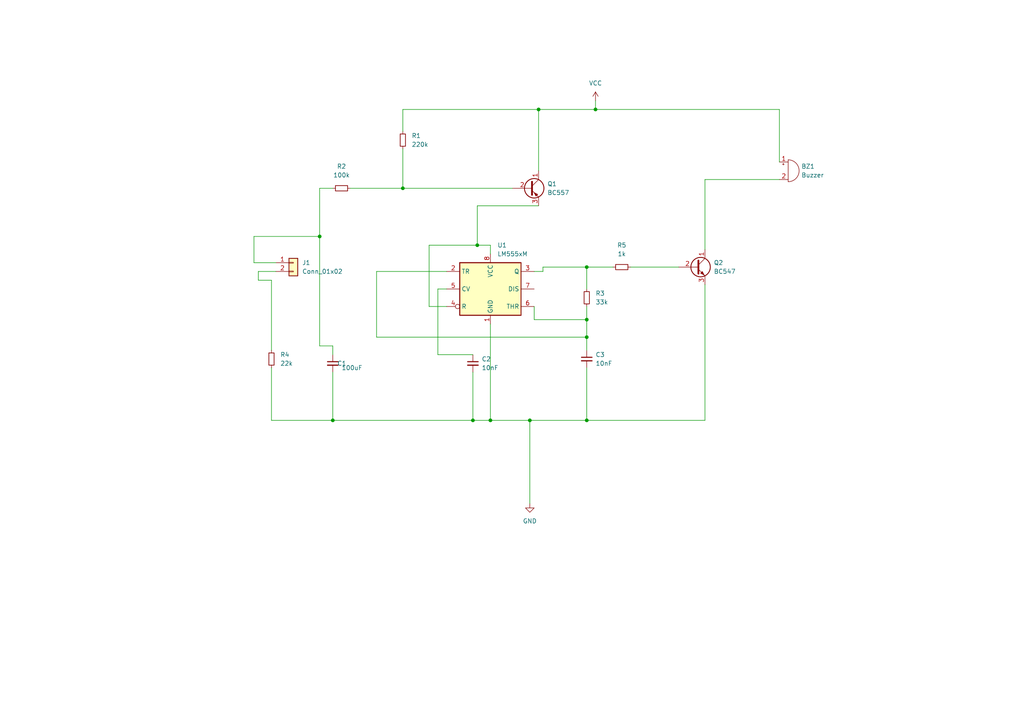
<source format=kicad_sch>
(kicad_sch (version 20211123) (generator eeschema)

  (uuid e63e39d7-6ac0-4ffd-8aa3-1841a4541b55)

  (paper "A4")

  (lib_symbols
    (symbol "Connector_Generic:Conn_01x02" (pin_names (offset 1.016) hide) (in_bom yes) (on_board yes)
      (property "Reference" "J" (id 0) (at 0 2.54 0)
        (effects (font (size 1.27 1.27)))
      )
      (property "Value" "Conn_01x02" (id 1) (at 0 -5.08 0)
        (effects (font (size 1.27 1.27)))
      )
      (property "Footprint" "" (id 2) (at 0 0 0)
        (effects (font (size 1.27 1.27)) hide)
      )
      (property "Datasheet" "~" (id 3) (at 0 0 0)
        (effects (font (size 1.27 1.27)) hide)
      )
      (property "ki_keywords" "connector" (id 4) (at 0 0 0)
        (effects (font (size 1.27 1.27)) hide)
      )
      (property "ki_description" "Generic connector, single row, 01x02, script generated (kicad-library-utils/schlib/autogen/connector/)" (id 5) (at 0 0 0)
        (effects (font (size 1.27 1.27)) hide)
      )
      (property "ki_fp_filters" "Connector*:*_1x??_*" (id 6) (at 0 0 0)
        (effects (font (size 1.27 1.27)) hide)
      )
      (symbol "Conn_01x02_1_1"
        (rectangle (start -1.27 -2.413) (end 0 -2.667)
          (stroke (width 0.1524) (type default) (color 0 0 0 0))
          (fill (type none))
        )
        (rectangle (start -1.27 0.127) (end 0 -0.127)
          (stroke (width 0.1524) (type default) (color 0 0 0 0))
          (fill (type none))
        )
        (rectangle (start -1.27 1.27) (end 1.27 -3.81)
          (stroke (width 0.254) (type default) (color 0 0 0 0))
          (fill (type background))
        )
        (pin passive line (at -5.08 0 0) (length 3.81)
          (name "Pin_1" (effects (font (size 1.27 1.27))))
          (number "1" (effects (font (size 1.27 1.27))))
        )
        (pin passive line (at -5.08 -2.54 0) (length 3.81)
          (name "Pin_2" (effects (font (size 1.27 1.27))))
          (number "2" (effects (font (size 1.27 1.27))))
        )
      )
    )
    (symbol "Device:Buzzer" (pin_names (offset 0.0254) hide) (in_bom yes) (on_board yes)
      (property "Reference" "BZ" (id 0) (at 3.81 1.27 0)
        (effects (font (size 1.27 1.27)) (justify left))
      )
      (property "Value" "Buzzer" (id 1) (at 3.81 -1.27 0)
        (effects (font (size 1.27 1.27)) (justify left))
      )
      (property "Footprint" "" (id 2) (at -0.635 2.54 90)
        (effects (font (size 1.27 1.27)) hide)
      )
      (property "Datasheet" "~" (id 3) (at -0.635 2.54 90)
        (effects (font (size 1.27 1.27)) hide)
      )
      (property "ki_keywords" "quartz resonator ceramic" (id 4) (at 0 0 0)
        (effects (font (size 1.27 1.27)) hide)
      )
      (property "ki_description" "Buzzer, polarized" (id 5) (at 0 0 0)
        (effects (font (size 1.27 1.27)) hide)
      )
      (property "ki_fp_filters" "*Buzzer*" (id 6) (at 0 0 0)
        (effects (font (size 1.27 1.27)) hide)
      )
      (symbol "Buzzer_0_1"
        (arc (start 0 -3.175) (mid 3.175 0) (end 0 3.175)
          (stroke (width 0) (type default) (color 0 0 0 0))
          (fill (type none))
        )
        (polyline
          (pts
            (xy -1.651 1.905)
            (xy -1.143 1.905)
          )
          (stroke (width 0) (type default) (color 0 0 0 0))
          (fill (type none))
        )
        (polyline
          (pts
            (xy -1.397 2.159)
            (xy -1.397 1.651)
          )
          (stroke (width 0) (type default) (color 0 0 0 0))
          (fill (type none))
        )
        (polyline
          (pts
            (xy 0 3.175)
            (xy 0 -3.175)
          )
          (stroke (width 0) (type default) (color 0 0 0 0))
          (fill (type none))
        )
      )
      (symbol "Buzzer_1_1"
        (pin passive line (at -2.54 2.54 0) (length 2.54)
          (name "-" (effects (font (size 1.27 1.27))))
          (number "1" (effects (font (size 1.27 1.27))))
        )
        (pin passive line (at -2.54 -2.54 0) (length 2.54)
          (name "+" (effects (font (size 1.27 1.27))))
          (number "2" (effects (font (size 1.27 1.27))))
        )
      )
    )
    (symbol "Device:C_Small" (pin_numbers hide) (pin_names (offset 0.254) hide) (in_bom yes) (on_board yes)
      (property "Reference" "C" (id 0) (at 0.254 1.778 0)
        (effects (font (size 1.27 1.27)) (justify left))
      )
      (property "Value" "C_Small" (id 1) (at 0.254 -2.032 0)
        (effects (font (size 1.27 1.27)) (justify left))
      )
      (property "Footprint" "" (id 2) (at 0 0 0)
        (effects (font (size 1.27 1.27)) hide)
      )
      (property "Datasheet" "~" (id 3) (at 0 0 0)
        (effects (font (size 1.27 1.27)) hide)
      )
      (property "ki_keywords" "capacitor cap" (id 4) (at 0 0 0)
        (effects (font (size 1.27 1.27)) hide)
      )
      (property "ki_description" "Unpolarized capacitor, small symbol" (id 5) (at 0 0 0)
        (effects (font (size 1.27 1.27)) hide)
      )
      (property "ki_fp_filters" "C_*" (id 6) (at 0 0 0)
        (effects (font (size 1.27 1.27)) hide)
      )
      (symbol "C_Small_0_1"
        (polyline
          (pts
            (xy -1.524 -0.508)
            (xy 1.524 -0.508)
          )
          (stroke (width 0.3302) (type default) (color 0 0 0 0))
          (fill (type none))
        )
        (polyline
          (pts
            (xy -1.524 0.508)
            (xy 1.524 0.508)
          )
          (stroke (width 0.3048) (type default) (color 0 0 0 0))
          (fill (type none))
        )
      )
      (symbol "C_Small_1_1"
        (pin passive line (at 0 2.54 270) (length 2.032)
          (name "~" (effects (font (size 1.27 1.27))))
          (number "1" (effects (font (size 1.27 1.27))))
        )
        (pin passive line (at 0 -2.54 90) (length 2.032)
          (name "~" (effects (font (size 1.27 1.27))))
          (number "2" (effects (font (size 1.27 1.27))))
        )
      )
    )
    (symbol "Device:R_Small" (pin_numbers hide) (pin_names (offset 0.254) hide) (in_bom yes) (on_board yes)
      (property "Reference" "R" (id 0) (at 0.762 0.508 0)
        (effects (font (size 1.27 1.27)) (justify left))
      )
      (property "Value" "R_Small" (id 1) (at 0.762 -1.016 0)
        (effects (font (size 1.27 1.27)) (justify left))
      )
      (property "Footprint" "" (id 2) (at 0 0 0)
        (effects (font (size 1.27 1.27)) hide)
      )
      (property "Datasheet" "~" (id 3) (at 0 0 0)
        (effects (font (size 1.27 1.27)) hide)
      )
      (property "ki_keywords" "R resistor" (id 4) (at 0 0 0)
        (effects (font (size 1.27 1.27)) hide)
      )
      (property "ki_description" "Resistor, small symbol" (id 5) (at 0 0 0)
        (effects (font (size 1.27 1.27)) hide)
      )
      (property "ki_fp_filters" "R_*" (id 6) (at 0 0 0)
        (effects (font (size 1.27 1.27)) hide)
      )
      (symbol "R_Small_0_1"
        (rectangle (start -0.762 1.778) (end 0.762 -1.778)
          (stroke (width 0.2032) (type default) (color 0 0 0 0))
          (fill (type none))
        )
      )
      (symbol "R_Small_1_1"
        (pin passive line (at 0 2.54 270) (length 0.762)
          (name "~" (effects (font (size 1.27 1.27))))
          (number "1" (effects (font (size 1.27 1.27))))
        )
        (pin passive line (at 0 -2.54 90) (length 0.762)
          (name "~" (effects (font (size 1.27 1.27))))
          (number "2" (effects (font (size 1.27 1.27))))
        )
      )
    )
    (symbol "Timer:LM555xM" (in_bom yes) (on_board yes)
      (property "Reference" "U" (id 0) (at -10.16 8.89 0)
        (effects (font (size 1.27 1.27)) (justify left))
      )
      (property "Value" "LM555xM" (id 1) (at 2.54 8.89 0)
        (effects (font (size 1.27 1.27)) (justify left))
      )
      (property "Footprint" "Package_SO:SOIC-8_3.9x4.9mm_P1.27mm" (id 2) (at 21.59 -10.16 0)
        (effects (font (size 1.27 1.27)) hide)
      )
      (property "Datasheet" "http://www.ti.com/lit/ds/symlink/lm555.pdf" (id 3) (at 21.59 -10.16 0)
        (effects (font (size 1.27 1.27)) hide)
      )
      (property "ki_keywords" "single timer 555" (id 4) (at 0 0 0)
        (effects (font (size 1.27 1.27)) hide)
      )
      (property "ki_description" "Timer, 555 compatible, SOIC-8" (id 5) (at 0 0 0)
        (effects (font (size 1.27 1.27)) hide)
      )
      (property "ki_fp_filters" "SOIC*3.9x4.9mm*P1.27mm*" (id 6) (at 0 0 0)
        (effects (font (size 1.27 1.27)) hide)
      )
      (symbol "LM555xM_0_0"
        (pin power_in line (at 0 -10.16 90) (length 2.54)
          (name "GND" (effects (font (size 1.27 1.27))))
          (number "1" (effects (font (size 1.27 1.27))))
        )
        (pin power_in line (at 0 10.16 270) (length 2.54)
          (name "VCC" (effects (font (size 1.27 1.27))))
          (number "8" (effects (font (size 1.27 1.27))))
        )
      )
      (symbol "LM555xM_0_1"
        (rectangle (start -8.89 -7.62) (end 8.89 7.62)
          (stroke (width 0.254) (type default) (color 0 0 0 0))
          (fill (type background))
        )
        (rectangle (start -8.89 -7.62) (end 8.89 7.62)
          (stroke (width 0.254) (type default) (color 0 0 0 0))
          (fill (type background))
        )
      )
      (symbol "LM555xM_1_1"
        (pin input line (at -12.7 5.08 0) (length 3.81)
          (name "TR" (effects (font (size 1.27 1.27))))
          (number "2" (effects (font (size 1.27 1.27))))
        )
        (pin output line (at 12.7 5.08 180) (length 3.81)
          (name "Q" (effects (font (size 1.27 1.27))))
          (number "3" (effects (font (size 1.27 1.27))))
        )
        (pin input inverted (at -12.7 -5.08 0) (length 3.81)
          (name "R" (effects (font (size 1.27 1.27))))
          (number "4" (effects (font (size 1.27 1.27))))
        )
        (pin input line (at -12.7 0 0) (length 3.81)
          (name "CV" (effects (font (size 1.27 1.27))))
          (number "5" (effects (font (size 1.27 1.27))))
        )
        (pin input line (at 12.7 -5.08 180) (length 3.81)
          (name "THR" (effects (font (size 1.27 1.27))))
          (number "6" (effects (font (size 1.27 1.27))))
        )
        (pin input line (at 12.7 0 180) (length 3.81)
          (name "DIS" (effects (font (size 1.27 1.27))))
          (number "7" (effects (font (size 1.27 1.27))))
        )
      )
    )
    (symbol "Transistor_BJT:BC547" (pin_names (offset 0) hide) (in_bom yes) (on_board yes)
      (property "Reference" "Q" (id 0) (at 5.08 1.905 0)
        (effects (font (size 1.27 1.27)) (justify left))
      )
      (property "Value" "BC547" (id 1) (at 5.08 0 0)
        (effects (font (size 1.27 1.27)) (justify left))
      )
      (property "Footprint" "Package_TO_SOT_THT:TO-92_Inline" (id 2) (at 5.08 -1.905 0)
        (effects (font (size 1.27 1.27) italic) (justify left) hide)
      )
      (property "Datasheet" "https://www.onsemi.com/pub/Collateral/BC550-D.pdf" (id 3) (at 0 0 0)
        (effects (font (size 1.27 1.27)) (justify left) hide)
      )
      (property "ki_keywords" "NPN Transistor" (id 4) (at 0 0 0)
        (effects (font (size 1.27 1.27)) hide)
      )
      (property "ki_description" "0.1A Ic, 45V Vce, Small Signal NPN Transistor, TO-92" (id 5) (at 0 0 0)
        (effects (font (size 1.27 1.27)) hide)
      )
      (property "ki_fp_filters" "TO?92*" (id 6) (at 0 0 0)
        (effects (font (size 1.27 1.27)) hide)
      )
      (symbol "BC547_0_1"
        (polyline
          (pts
            (xy 0 0)
            (xy 0.635 0)
          )
          (stroke (width 0) (type default) (color 0 0 0 0))
          (fill (type none))
        )
        (polyline
          (pts
            (xy 0.635 0.635)
            (xy 2.54 2.54)
          )
          (stroke (width 0) (type default) (color 0 0 0 0))
          (fill (type none))
        )
        (polyline
          (pts
            (xy 0.635 -0.635)
            (xy 2.54 -2.54)
            (xy 2.54 -2.54)
          )
          (stroke (width 0) (type default) (color 0 0 0 0))
          (fill (type none))
        )
        (polyline
          (pts
            (xy 0.635 1.905)
            (xy 0.635 -1.905)
            (xy 0.635 -1.905)
          )
          (stroke (width 0.508) (type default) (color 0 0 0 0))
          (fill (type none))
        )
        (polyline
          (pts
            (xy 1.27 -1.778)
            (xy 1.778 -1.27)
            (xy 2.286 -2.286)
            (xy 1.27 -1.778)
            (xy 1.27 -1.778)
          )
          (stroke (width 0) (type default) (color 0 0 0 0))
          (fill (type outline))
        )
        (circle (center 1.27 0) (radius 2.8194)
          (stroke (width 0.254) (type default) (color 0 0 0 0))
          (fill (type none))
        )
      )
      (symbol "BC547_1_1"
        (pin passive line (at 2.54 5.08 270) (length 2.54)
          (name "C" (effects (font (size 1.27 1.27))))
          (number "1" (effects (font (size 1.27 1.27))))
        )
        (pin input line (at -5.08 0 0) (length 5.08)
          (name "B" (effects (font (size 1.27 1.27))))
          (number "2" (effects (font (size 1.27 1.27))))
        )
        (pin passive line (at 2.54 -5.08 90) (length 2.54)
          (name "E" (effects (font (size 1.27 1.27))))
          (number "3" (effects (font (size 1.27 1.27))))
        )
      )
    )
    (symbol "Transistor_BJT:BC557" (pin_names (offset 0) hide) (in_bom yes) (on_board yes)
      (property "Reference" "Q" (id 0) (at 5.08 1.905 0)
        (effects (font (size 1.27 1.27)) (justify left))
      )
      (property "Value" "BC557" (id 1) (at 5.08 0 0)
        (effects (font (size 1.27 1.27)) (justify left))
      )
      (property "Footprint" "Package_TO_SOT_THT:TO-92_Inline" (id 2) (at 5.08 -1.905 0)
        (effects (font (size 1.27 1.27) italic) (justify left) hide)
      )
      (property "Datasheet" "https://www.onsemi.com/pub/Collateral/BC556BTA-D.pdf" (id 3) (at 0 0 0)
        (effects (font (size 1.27 1.27)) (justify left) hide)
      )
      (property "ki_keywords" "PNP Transistor" (id 4) (at 0 0 0)
        (effects (font (size 1.27 1.27)) hide)
      )
      (property "ki_description" "0.1A Ic, 45V Vce, PNP Small Signal Transistor, TO-92" (id 5) (at 0 0 0)
        (effects (font (size 1.27 1.27)) hide)
      )
      (property "ki_fp_filters" "TO?92*" (id 6) (at 0 0 0)
        (effects (font (size 1.27 1.27)) hide)
      )
      (symbol "BC557_0_1"
        (polyline
          (pts
            (xy 0.635 0.635)
            (xy 2.54 2.54)
          )
          (stroke (width 0) (type default) (color 0 0 0 0))
          (fill (type none))
        )
        (polyline
          (pts
            (xy 0.635 -0.635)
            (xy 2.54 -2.54)
            (xy 2.54 -2.54)
          )
          (stroke (width 0) (type default) (color 0 0 0 0))
          (fill (type none))
        )
        (polyline
          (pts
            (xy 0.635 1.905)
            (xy 0.635 -1.905)
            (xy 0.635 -1.905)
          )
          (stroke (width 0.508) (type default) (color 0 0 0 0))
          (fill (type none))
        )
        (polyline
          (pts
            (xy 2.286 -1.778)
            (xy 1.778 -2.286)
            (xy 1.27 -1.27)
            (xy 2.286 -1.778)
            (xy 2.286 -1.778)
          )
          (stroke (width 0) (type default) (color 0 0 0 0))
          (fill (type outline))
        )
        (circle (center 1.27 0) (radius 2.8194)
          (stroke (width 0.254) (type default) (color 0 0 0 0))
          (fill (type none))
        )
      )
      (symbol "BC557_1_1"
        (pin passive line (at 2.54 5.08 270) (length 2.54)
          (name "C" (effects (font (size 1.27 1.27))))
          (number "1" (effects (font (size 1.27 1.27))))
        )
        (pin input line (at -5.08 0 0) (length 5.715)
          (name "B" (effects (font (size 1.27 1.27))))
          (number "2" (effects (font (size 1.27 1.27))))
        )
        (pin passive line (at 2.54 -5.08 90) (length 2.54)
          (name "E" (effects (font (size 1.27 1.27))))
          (number "3" (effects (font (size 1.27 1.27))))
        )
      )
    )
    (symbol "power:GND" (power) (pin_names (offset 0)) (in_bom yes) (on_board yes)
      (property "Reference" "#PWR" (id 0) (at 0 -6.35 0)
        (effects (font (size 1.27 1.27)) hide)
      )
      (property "Value" "GND" (id 1) (at 0 -3.81 0)
        (effects (font (size 1.27 1.27)))
      )
      (property "Footprint" "" (id 2) (at 0 0 0)
        (effects (font (size 1.27 1.27)) hide)
      )
      (property "Datasheet" "" (id 3) (at 0 0 0)
        (effects (font (size 1.27 1.27)) hide)
      )
      (property "ki_keywords" "power-flag" (id 4) (at 0 0 0)
        (effects (font (size 1.27 1.27)) hide)
      )
      (property "ki_description" "Power symbol creates a global label with name \"GND\" , ground" (id 5) (at 0 0 0)
        (effects (font (size 1.27 1.27)) hide)
      )
      (symbol "GND_0_1"
        (polyline
          (pts
            (xy 0 0)
            (xy 0 -1.27)
            (xy 1.27 -1.27)
            (xy 0 -2.54)
            (xy -1.27 -1.27)
            (xy 0 -1.27)
          )
          (stroke (width 0) (type default) (color 0 0 0 0))
          (fill (type none))
        )
      )
      (symbol "GND_1_1"
        (pin power_in line (at 0 0 270) (length 0) hide
          (name "GND" (effects (font (size 1.27 1.27))))
          (number "1" (effects (font (size 1.27 1.27))))
        )
      )
    )
    (symbol "power:VCC" (power) (pin_names (offset 0)) (in_bom yes) (on_board yes)
      (property "Reference" "#PWR" (id 0) (at 0 -3.81 0)
        (effects (font (size 1.27 1.27)) hide)
      )
      (property "Value" "VCC" (id 1) (at 0 3.81 0)
        (effects (font (size 1.27 1.27)))
      )
      (property "Footprint" "" (id 2) (at 0 0 0)
        (effects (font (size 1.27 1.27)) hide)
      )
      (property "Datasheet" "" (id 3) (at 0 0 0)
        (effects (font (size 1.27 1.27)) hide)
      )
      (property "ki_keywords" "power-flag" (id 4) (at 0 0 0)
        (effects (font (size 1.27 1.27)) hide)
      )
      (property "ki_description" "Power symbol creates a global label with name \"VCC\"" (id 5) (at 0 0 0)
        (effects (font (size 1.27 1.27)) hide)
      )
      (symbol "VCC_0_1"
        (polyline
          (pts
            (xy -0.762 1.27)
            (xy 0 2.54)
          )
          (stroke (width 0) (type default) (color 0 0 0 0))
          (fill (type none))
        )
        (polyline
          (pts
            (xy 0 0)
            (xy 0 2.54)
          )
          (stroke (width 0) (type default) (color 0 0 0 0))
          (fill (type none))
        )
        (polyline
          (pts
            (xy 0 2.54)
            (xy 0.762 1.27)
          )
          (stroke (width 0) (type default) (color 0 0 0 0))
          (fill (type none))
        )
      )
      (symbol "VCC_1_1"
        (pin power_in line (at 0 0 90) (length 0) hide
          (name "VCC" (effects (font (size 1.27 1.27))))
          (number "1" (effects (font (size 1.27 1.27))))
        )
      )
    )
  )

  (junction (at 92.71 68.58) (diameter 0) (color 0 0 0 0)
    (uuid 0e97f9c0-8e2f-46d3-a423-47694ca8f487)
  )
  (junction (at 137.16 121.92) (diameter 0) (color 0 0 0 0)
    (uuid 37ab4c34-af17-4714-bcb8-44395c43ba86)
  )
  (junction (at 172.72 31.75) (diameter 0) (color 0 0 0 0)
    (uuid 3a00538e-32f0-4c78-aaa5-b0a321892057)
  )
  (junction (at 138.43 71.12) (diameter 0) (color 0 0 0 0)
    (uuid 414d2255-99c5-46d1-9fb9-bb9bf54a463e)
  )
  (junction (at 170.18 121.92) (diameter 0) (color 0 0 0 0)
    (uuid 574d42ab-23f6-401e-bd41-760f837b609b)
  )
  (junction (at 153.67 121.92) (diameter 0) (color 0 0 0 0)
    (uuid 58e7d7b7-b489-44d1-aca9-a22abd1357d8)
  )
  (junction (at 96.52 121.92) (diameter 0) (color 0 0 0 0)
    (uuid 78357b3b-b720-4c5b-831c-4abf7fb40707)
  )
  (junction (at 170.18 77.47) (diameter 0) (color 0 0 0 0)
    (uuid 79129cbb-fc73-4d2f-ab0b-623bcb0dd764)
  )
  (junction (at 142.24 121.92) (diameter 0) (color 0 0 0 0)
    (uuid 96aef326-0279-4b18-b063-8a25145e530c)
  )
  (junction (at 170.18 97.79) (diameter 0) (color 0 0 0 0)
    (uuid 9fdd53d8-19f3-4e42-b57f-38c5814e7b23)
  )
  (junction (at 116.84 54.61) (diameter 0) (color 0 0 0 0)
    (uuid cf218b6b-8df9-477c-bd66-76ff423ee01d)
  )
  (junction (at 156.21 31.75) (diameter 0) (color 0 0 0 0)
    (uuid d3c61579-e8fc-4752-b9db-8dad38cf827f)
  )
  (junction (at 170.18 92.71) (diameter 0) (color 0 0 0 0)
    (uuid f8ddc8b3-0da9-4367-9c58-7de587288301)
  )

  (wire (pts (xy 157.48 78.74) (xy 154.94 78.74))
    (stroke (width 0) (type default) (color 0 0 0 0))
    (uuid 075ca600-43b4-4e0e-8615-dd54499edb2f)
  )
  (wire (pts (xy 137.16 121.92) (xy 96.52 121.92))
    (stroke (width 0) (type default) (color 0 0 0 0))
    (uuid 0ad20016-72cc-48af-983b-91d0df0213f9)
  )
  (wire (pts (xy 109.22 78.74) (xy 109.22 97.79))
    (stroke (width 0) (type default) (color 0 0 0 0))
    (uuid 0c54f60c-01fe-4ee0-9f1b-047e94f2dfae)
  )
  (wire (pts (xy 96.52 107.95) (xy 96.52 121.92))
    (stroke (width 0) (type default) (color 0 0 0 0))
    (uuid 1473bd40-d488-4b54-bfa4-a3e8f1033260)
  )
  (wire (pts (xy 124.46 71.12) (xy 124.46 88.9))
    (stroke (width 0) (type default) (color 0 0 0 0))
    (uuid 15f8c2ac-2018-4c22-90b9-118d956f2f20)
  )
  (wire (pts (xy 157.48 77.47) (xy 157.48 78.74))
    (stroke (width 0) (type default) (color 0 0 0 0))
    (uuid 194c1667-62db-4bb1-a1c4-58a9d9cf3806)
  )
  (wire (pts (xy 73.66 76.2) (xy 73.66 68.58))
    (stroke (width 0) (type default) (color 0 0 0 0))
    (uuid 1f0a6846-2f0b-4bc2-b34c-7b84e7203ae7)
  )
  (wire (pts (xy 156.21 49.53) (xy 156.21 31.75))
    (stroke (width 0) (type default) (color 0 0 0 0))
    (uuid 2452949e-10e4-419e-95cc-e894ba4422d3)
  )
  (wire (pts (xy 78.74 121.92) (xy 78.74 106.68))
    (stroke (width 0) (type default) (color 0 0 0 0))
    (uuid 24744bb6-176c-4263-9ca4-de2150a9140d)
  )
  (wire (pts (xy 204.47 82.55) (xy 204.47 121.92))
    (stroke (width 0) (type default) (color 0 0 0 0))
    (uuid 2b8f9035-c4ba-4acb-8c8e-2b186e0ff025)
  )
  (wire (pts (xy 170.18 77.47) (xy 157.48 77.47))
    (stroke (width 0) (type default) (color 0 0 0 0))
    (uuid 39c7f4d9-d9db-419b-af43-847a9e9a34af)
  )
  (wire (pts (xy 96.52 100.33) (xy 96.52 102.87))
    (stroke (width 0) (type default) (color 0 0 0 0))
    (uuid 39e66fdf-c1d1-4345-a9d5-3337a392d3c2)
  )
  (wire (pts (xy 96.52 121.92) (xy 78.74 121.92))
    (stroke (width 0) (type default) (color 0 0 0 0))
    (uuid 4519006c-a2fa-4694-84df-2bd7115a20c8)
  )
  (wire (pts (xy 138.43 71.12) (xy 124.46 71.12))
    (stroke (width 0) (type default) (color 0 0 0 0))
    (uuid 4af2d24b-5050-4fc4-b76c-89dabcdf3733)
  )
  (wire (pts (xy 170.18 106.68) (xy 170.18 121.92))
    (stroke (width 0) (type default) (color 0 0 0 0))
    (uuid 4b2f574d-2623-4000-a6be-c87984d14179)
  )
  (wire (pts (xy 153.67 121.92) (xy 153.67 146.05))
    (stroke (width 0) (type default) (color 0 0 0 0))
    (uuid 5b72eca2-c17e-4c3b-99a9-e6a46779abdb)
  )
  (wire (pts (xy 142.24 73.66) (xy 142.24 71.12))
    (stroke (width 0) (type default) (color 0 0 0 0))
    (uuid 5b90ddc3-cb92-444d-8691-17edfb69b5a8)
  )
  (wire (pts (xy 156.21 59.69) (xy 138.43 59.69))
    (stroke (width 0) (type default) (color 0 0 0 0))
    (uuid 5c6edb75-4c48-46a1-b045-8584fcc1a384)
  )
  (wire (pts (xy 74.93 81.28) (xy 74.93 78.74))
    (stroke (width 0) (type default) (color 0 0 0 0))
    (uuid 5d551857-9c97-4bbb-aa8b-803e9f02d322)
  )
  (wire (pts (xy 170.18 88.9) (xy 170.18 92.71))
    (stroke (width 0) (type default) (color 0 0 0 0))
    (uuid 61664305-8b34-4c09-a650-d574456e363a)
  )
  (wire (pts (xy 116.84 31.75) (xy 116.84 38.1))
    (stroke (width 0) (type default) (color 0 0 0 0))
    (uuid 61bbd831-3993-4614-83d2-f4fb382e6b4c)
  )
  (wire (pts (xy 127 102.87) (xy 127 83.82))
    (stroke (width 0) (type default) (color 0 0 0 0))
    (uuid 6cc08198-0b41-45b8-a3e9-77bd2c7f8f75)
  )
  (wire (pts (xy 154.94 88.9) (xy 154.94 92.71))
    (stroke (width 0) (type default) (color 0 0 0 0))
    (uuid 6eaf7757-5114-4ceb-bc89-5da22eb3e84a)
  )
  (wire (pts (xy 74.93 78.74) (xy 80.01 78.74))
    (stroke (width 0) (type default) (color 0 0 0 0))
    (uuid 70c367ee-fcb1-45d7-9827-785a40e908a2)
  )
  (wire (pts (xy 142.24 93.98) (xy 142.24 121.92))
    (stroke (width 0) (type default) (color 0 0 0 0))
    (uuid 76df81b1-de35-4a2c-8d00-c1fca5b051ff)
  )
  (wire (pts (xy 142.24 121.92) (xy 137.16 121.92))
    (stroke (width 0) (type default) (color 0 0 0 0))
    (uuid 7bc3bbf6-07f1-4929-b00e-cab5dae43579)
  )
  (wire (pts (xy 138.43 59.69) (xy 138.43 71.12))
    (stroke (width 0) (type default) (color 0 0 0 0))
    (uuid 7de17dad-74dc-4fe3-8a10-ffc8d71ed473)
  )
  (wire (pts (xy 204.47 52.07) (xy 226.06 52.07))
    (stroke (width 0) (type default) (color 0 0 0 0))
    (uuid 80188a98-6bc5-4539-b2d9-2c3d246f1c7d)
  )
  (wire (pts (xy 116.84 54.61) (xy 148.59 54.61))
    (stroke (width 0) (type default) (color 0 0 0 0))
    (uuid 8515e696-1e15-481a-86d3-b0f9f7f58848)
  )
  (wire (pts (xy 137.16 107.95) (xy 137.16 121.92))
    (stroke (width 0) (type default) (color 0 0 0 0))
    (uuid 87a020d3-091c-44a0-acc3-9b1fd6188244)
  )
  (wire (pts (xy 78.74 81.28) (xy 74.93 81.28))
    (stroke (width 0) (type default) (color 0 0 0 0))
    (uuid 88f6087b-3bdc-4993-8754-f3021be76d09)
  )
  (wire (pts (xy 204.47 72.39) (xy 204.47 52.07))
    (stroke (width 0) (type default) (color 0 0 0 0))
    (uuid 8c35e2c2-4942-492f-9cea-87f0fef4f81b)
  )
  (wire (pts (xy 142.24 71.12) (xy 138.43 71.12))
    (stroke (width 0) (type default) (color 0 0 0 0))
    (uuid 8db3622e-0f6a-42f8-a4ab-85b1a427b80e)
  )
  (wire (pts (xy 96.52 54.61) (xy 92.71 54.61))
    (stroke (width 0) (type default) (color 0 0 0 0))
    (uuid 9091a205-3ed6-496e-9433-6991e4369eb6)
  )
  (wire (pts (xy 172.72 29.21) (xy 172.72 31.75))
    (stroke (width 0) (type default) (color 0 0 0 0))
    (uuid 909f8e38-d44c-46f8-adff-62cbba1356c8)
  )
  (wire (pts (xy 116.84 31.75) (xy 156.21 31.75))
    (stroke (width 0) (type default) (color 0 0 0 0))
    (uuid 98401216-84b1-4887-97d8-221e7eeee0e0)
  )
  (wire (pts (xy 116.84 43.18) (xy 116.84 54.61))
    (stroke (width 0) (type default) (color 0 0 0 0))
    (uuid 98aff5c1-1095-49d6-b6ac-88261034a072)
  )
  (wire (pts (xy 226.06 31.75) (xy 172.72 31.75))
    (stroke (width 0) (type default) (color 0 0 0 0))
    (uuid 9ec0af89-47a5-4c35-b1ef-d8bcc521ff0b)
  )
  (wire (pts (xy 156.21 31.75) (xy 172.72 31.75))
    (stroke (width 0) (type default) (color 0 0 0 0))
    (uuid a40b416a-8bfc-489a-a5be-4783dbafaaf7)
  )
  (wire (pts (xy 92.71 100.33) (xy 96.52 100.33))
    (stroke (width 0) (type default) (color 0 0 0 0))
    (uuid ac7f9f5a-db34-47c3-b1a2-e731ac6e56f0)
  )
  (wire (pts (xy 78.74 101.6) (xy 78.74 81.28))
    (stroke (width 0) (type default) (color 0 0 0 0))
    (uuid ac88cba7-2736-404c-9235-89e061257616)
  )
  (wire (pts (xy 124.46 88.9) (xy 129.54 88.9))
    (stroke (width 0) (type default) (color 0 0 0 0))
    (uuid afe006a5-f8a3-4112-8a82-80e4f0133d3b)
  )
  (wire (pts (xy 170.18 92.71) (xy 170.18 97.79))
    (stroke (width 0) (type default) (color 0 0 0 0))
    (uuid b89218f0-3d7f-4d07-b0b5-28922bb42dd7)
  )
  (wire (pts (xy 153.67 121.92) (xy 142.24 121.92))
    (stroke (width 0) (type default) (color 0 0 0 0))
    (uuid bdc4fdfb-4344-4bf3-ad7c-7d20d434db00)
  )
  (wire (pts (xy 80.01 76.2) (xy 73.66 76.2))
    (stroke (width 0) (type default) (color 0 0 0 0))
    (uuid be805586-1456-45b1-a4dc-072720891094)
  )
  (wire (pts (xy 182.88 77.47) (xy 196.85 77.47))
    (stroke (width 0) (type default) (color 0 0 0 0))
    (uuid bea563eb-c0f3-4a50-99fa-15306460f654)
  )
  (wire (pts (xy 170.18 97.79) (xy 170.18 101.6))
    (stroke (width 0) (type default) (color 0 0 0 0))
    (uuid c2a34d79-bcb6-4276-8f72-9e7d76915bbb)
  )
  (wire (pts (xy 204.47 121.92) (xy 170.18 121.92))
    (stroke (width 0) (type default) (color 0 0 0 0))
    (uuid c4adc19c-2b72-45a9-8855-d2d4fc319beb)
  )
  (wire (pts (xy 170.18 77.47) (xy 170.18 83.82))
    (stroke (width 0) (type default) (color 0 0 0 0))
    (uuid cf1bf4d4-438a-49eb-8261-a599fdc31ef6)
  )
  (wire (pts (xy 129.54 78.74) (xy 109.22 78.74))
    (stroke (width 0) (type default) (color 0 0 0 0))
    (uuid d5bf4e38-7cfb-4f3e-9f44-5e063efadddb)
  )
  (wire (pts (xy 154.94 92.71) (xy 170.18 92.71))
    (stroke (width 0) (type default) (color 0 0 0 0))
    (uuid d6a100a4-e9a9-4304-9562-20b55b6676d1)
  )
  (wire (pts (xy 92.71 54.61) (xy 92.71 68.58))
    (stroke (width 0) (type default) (color 0 0 0 0))
    (uuid d7ec91c8-ffaf-4f0a-a53b-c55ab9a99915)
  )
  (wire (pts (xy 92.71 68.58) (xy 92.71 100.33))
    (stroke (width 0) (type default) (color 0 0 0 0))
    (uuid d87bd80c-c30f-42b5-8809-25c132e99e31)
  )
  (wire (pts (xy 226.06 46.99) (xy 226.06 31.75))
    (stroke (width 0) (type default) (color 0 0 0 0))
    (uuid e2edbad4-2cff-47e5-be93-b14a3e92513a)
  )
  (wire (pts (xy 127 83.82) (xy 129.54 83.82))
    (stroke (width 0) (type default) (color 0 0 0 0))
    (uuid e5522072-8b26-4f1c-a430-20d0e700f57a)
  )
  (wire (pts (xy 109.22 97.79) (xy 170.18 97.79))
    (stroke (width 0) (type default) (color 0 0 0 0))
    (uuid f1820c3a-2851-44e1-852e-f2c008d46bfa)
  )
  (wire (pts (xy 101.6 54.61) (xy 116.84 54.61))
    (stroke (width 0) (type default) (color 0 0 0 0))
    (uuid f33478fd-7058-454e-85b9-b96608677288)
  )
  (wire (pts (xy 177.8 77.47) (xy 170.18 77.47))
    (stroke (width 0) (type default) (color 0 0 0 0))
    (uuid f825021f-204c-4eea-b1ef-f9d9305d17bf)
  )
  (wire (pts (xy 73.66 68.58) (xy 92.71 68.58))
    (stroke (width 0) (type default) (color 0 0 0 0))
    (uuid f96d7b01-15a1-4fd9-8a95-5c7a157d4f64)
  )
  (wire (pts (xy 137.16 102.87) (xy 127 102.87))
    (stroke (width 0) (type default) (color 0 0 0 0))
    (uuid fd5ecf34-a7cb-446f-bf6c-8f09578ac78d)
  )
  (wire (pts (xy 170.18 121.92) (xy 153.67 121.92))
    (stroke (width 0) (type default) (color 0 0 0 0))
    (uuid fdfd5b0c-6795-43fd-b5e0-0651c03a227f)
  )

  (symbol (lib_id "Timer:LM555xM") (at 142.24 83.82 0) (unit 1)
    (in_bom yes) (on_board yes) (fields_autoplaced)
    (uuid 0ae82096-0994-4fb0-9a2a-d4ac4804abac)
    (property "Reference" "U1" (id 0) (at 144.2594 71.12 0)
      (effects (font (size 1.27 1.27)) (justify left))
    )
    (property "Value" "LM555xM" (id 1) (at 144.2594 73.66 0)
      (effects (font (size 1.27 1.27)) (justify left))
    )
    (property "Footprint" "Package_SO:SOIC-8_3.9x4.9mm_P1.27mm" (id 2) (at 163.83 93.98 0)
      (effects (font (size 1.27 1.27)) hide)
    )
    (property "Datasheet" "http://www.ti.com/lit/ds/symlink/lm555.pdf" (id 3) (at 163.83 93.98 0)
      (effects (font (size 1.27 1.27)) hide)
    )
    (pin "1" (uuid cada57e2-1fa7-4b9d-a2a0-2218773d5c50))
    (pin "8" (uuid 752417ee-7d0b-4ac8-a22c-26669881a2ab))
    (pin "2" (uuid 9f80220c-1612-4589-b9ca-a5579617bdb8))
    (pin "3" (uuid 224768bc-6009-43ba-aa4a-70cbaa15b5a3))
    (pin "4" (uuid fef37e8b-0ff0-4da2-8a57-acaf19551d1a))
    (pin "5" (uuid d21cc5e4-177a-4e1d-a8d5-060ed33e5b8e))
    (pin "6" (uuid 89c0bc4d-eee5-4a77-ac35-d30b35db5cbe))
    (pin "7" (uuid e1c30a32-820e-4b17-aec9-5cb8b76f0ccc))
  )

  (symbol (lib_id "Device:R_Small") (at 116.84 40.64 0) (unit 1)
    (in_bom yes) (on_board yes) (fields_autoplaced)
    (uuid 0c190730-a9e0-4c4a-8e33-74ee97fb990f)
    (property "Reference" "R1" (id 0) (at 119.38 39.3699 0)
      (effects (font (size 1.27 1.27)) (justify left))
    )
    (property "Value" "220k" (id 1) (at 119.38 41.9099 0)
      (effects (font (size 1.27 1.27)) (justify left))
    )
    (property "Footprint" "Resistor_THT:R_Axial_DIN0204_L3.6mm_D1.6mm_P7.62mm_Horizontal" (id 2) (at 116.84 40.64 0)
      (effects (font (size 1.27 1.27)) hide)
    )
    (property "Datasheet" "~" (id 3) (at 116.84 40.64 0)
      (effects (font (size 1.27 1.27)) hide)
    )
    (pin "1" (uuid 5add257c-7316-4000-a2a3-e6a8c316ab9c))
    (pin "2" (uuid 84b3d674-c896-4b45-8754-206b7ffab72a))
  )

  (symbol (lib_id "Transistor_BJT:BC557") (at 153.67 54.61 0) (unit 1)
    (in_bom yes) (on_board yes) (fields_autoplaced)
    (uuid 20b81799-6257-495e-81a7-c4a151015de9)
    (property "Reference" "Q1" (id 0) (at 158.75 53.3399 0)
      (effects (font (size 1.27 1.27)) (justify left))
    )
    (property "Value" "BC557" (id 1) (at 158.75 55.8799 0)
      (effects (font (size 1.27 1.27)) (justify left))
    )
    (property "Footprint" "Package_TO_SOT_THT:TO-92_Inline" (id 2) (at 158.75 56.515 0)
      (effects (font (size 1.27 1.27) italic) (justify left) hide)
    )
    (property "Datasheet" "https://www.onsemi.com/pub/Collateral/BC556BTA-D.pdf" (id 3) (at 153.67 54.61 0)
      (effects (font (size 1.27 1.27)) (justify left) hide)
    )
    (pin "1" (uuid 8982a036-67b0-46af-83a9-1f3f0cb9af77))
    (pin "2" (uuid e97d6f91-227d-4b83-b78c-86d82f478af4))
    (pin "3" (uuid 0e7f768e-b147-411b-bf35-1e3fac46ced4))
  )

  (symbol (lib_id "Device:C_Small") (at 96.52 105.41 0) (unit 1)
    (in_bom yes) (on_board yes)
    (uuid 2894bc9b-9bd8-48c6-8471-dc813ff5b0ea)
    (property "Reference" "C1" (id 0) (at 97.79 105.41 0)
      (effects (font (size 1.27 1.27)) (justify left))
    )
    (property "Value" "100uF" (id 1) (at 99.06 106.6862 0)
      (effects (font (size 1.27 1.27)) (justify left))
    )
    (property "Footprint" "Capacitor_THT:CP_Axial_L10.0mm_D4.5mm_P15.00mm_Horizontal" (id 2) (at 96.52 105.41 0)
      (effects (font (size 1.27 1.27)) hide)
    )
    (property "Datasheet" "~" (id 3) (at 96.52 105.41 0)
      (effects (font (size 1.27 1.27)) hide)
    )
    (pin "1" (uuid 1fd2c422-69ae-40c0-b3b2-cb505077339f))
    (pin "2" (uuid a819b369-d4cd-4c57-81de-9506d85375a3))
  )

  (symbol (lib_id "Device:R_Small") (at 78.74 104.14 0) (unit 1)
    (in_bom yes) (on_board yes) (fields_autoplaced)
    (uuid 2c7a209c-0737-4684-96db-c09c9b3ed448)
    (property "Reference" "R4" (id 0) (at 81.28 102.8699 0)
      (effects (font (size 1.27 1.27)) (justify left))
    )
    (property "Value" "22k" (id 1) (at 81.28 105.4099 0)
      (effects (font (size 1.27 1.27)) (justify left))
    )
    (property "Footprint" "Resistor_THT:R_Axial_DIN0204_L3.6mm_D1.6mm_P7.62mm_Horizontal" (id 2) (at 78.74 104.14 0)
      (effects (font (size 1.27 1.27)) hide)
    )
    (property "Datasheet" "~" (id 3) (at 78.74 104.14 0)
      (effects (font (size 1.27 1.27)) hide)
    )
    (pin "1" (uuid bb129291-f2e6-46dd-9837-54ea9080eef3))
    (pin "2" (uuid c1dda76a-acc4-4d23-b272-ba16345aa407))
  )

  (symbol (lib_id "Device:C_Small") (at 170.18 104.14 0) (unit 1)
    (in_bom yes) (on_board yes) (fields_autoplaced)
    (uuid 2e23db4f-942c-43a5-9246-4bbaaa1e5cf8)
    (property "Reference" "C3" (id 0) (at 172.72 102.8762 0)
      (effects (font (size 1.27 1.27)) (justify left))
    )
    (property "Value" "10nF" (id 1) (at 172.72 105.4162 0)
      (effects (font (size 1.27 1.27)) (justify left))
    )
    (property "Footprint" "Capacitor_THT:CP_Axial_L10.0mm_D4.5mm_P15.00mm_Horizontal" (id 2) (at 170.18 104.14 0)
      (effects (font (size 1.27 1.27)) hide)
    )
    (property "Datasheet" "~" (id 3) (at 170.18 104.14 0)
      (effects (font (size 1.27 1.27)) hide)
    )
    (pin "1" (uuid f53dcda2-3320-4d27-a787-1b1a3b4dbc25))
    (pin "2" (uuid f1b0a714-9b6c-48c5-8716-22beeb389c64))
  )

  (symbol (lib_id "Device:Buzzer") (at 228.6 49.53 0) (unit 1)
    (in_bom yes) (on_board yes) (fields_autoplaced)
    (uuid 3cbcd32f-64ce-472a-be76-f632bd14cb16)
    (property "Reference" "BZ1" (id 0) (at 232.41 48.2599 0)
      (effects (font (size 1.27 1.27)) (justify left))
    )
    (property "Value" "Buzzer" (id 1) (at 232.41 50.7999 0)
      (effects (font (size 1.27 1.27)) (justify left))
    )
    (property "Footprint" "Buzzer_Beeper:Buzzer_12x9.5RM7.6" (id 2) (at 227.965 46.99 90)
      (effects (font (size 1.27 1.27)) hide)
    )
    (property "Datasheet" "~" (id 3) (at 227.965 46.99 90)
      (effects (font (size 1.27 1.27)) hide)
    )
    (pin "1" (uuid 76ffc4ea-757f-4f69-b05e-4afb49bda388))
    (pin "2" (uuid b3543b1c-4c0d-43f1-a78a-c8b336def0d4))
  )

  (symbol (lib_id "Connector_Generic:Conn_01x02") (at 85.09 76.2 0) (unit 1)
    (in_bom yes) (on_board yes) (fields_autoplaced)
    (uuid 4ea9523c-c4b5-447a-b3fb-350768981004)
    (property "Reference" "J1" (id 0) (at 87.63 76.1999 0)
      (effects (font (size 1.27 1.27)) (justify left))
    )
    (property "Value" "Conn_01x02" (id 1) (at 87.63 78.7399 0)
      (effects (font (size 1.27 1.27)) (justify left))
    )
    (property "Footprint" "Connector:JWT_A3963_1x02_P3.96mm_Vertical" (id 2) (at 85.09 76.2 0)
      (effects (font (size 1.27 1.27)) hide)
    )
    (property "Datasheet" "~" (id 3) (at 85.09 76.2 0)
      (effects (font (size 1.27 1.27)) hide)
    )
    (pin "1" (uuid ae815d24-d5bc-4e33-80fa-4e948d3968a6))
    (pin "2" (uuid 18713da5-414f-48bd-8ba8-ddb7ff8ba239))
  )

  (symbol (lib_id "Device:C_Small") (at 137.16 105.41 0) (unit 1)
    (in_bom yes) (on_board yes) (fields_autoplaced)
    (uuid 61d13227-ea38-4175-a5c0-8f75a3d5765d)
    (property "Reference" "C2" (id 0) (at 139.7 104.1462 0)
      (effects (font (size 1.27 1.27)) (justify left))
    )
    (property "Value" "10nF" (id 1) (at 139.7 106.6862 0)
      (effects (font (size 1.27 1.27)) (justify left))
    )
    (property "Footprint" "Capacitor_THT:CP_Axial_L10.0mm_D4.5mm_P15.00mm_Horizontal" (id 2) (at 137.16 105.41 0)
      (effects (font (size 1.27 1.27)) hide)
    )
    (property "Datasheet" "~" (id 3) (at 137.16 105.41 0)
      (effects (font (size 1.27 1.27)) hide)
    )
    (pin "1" (uuid e3da7779-0ea1-46dc-90c1-3da0eae63ac3))
    (pin "2" (uuid e36b28a4-7427-4708-a63e-3fe312e8d49f))
  )

  (symbol (lib_id "power:VCC") (at 172.72 29.21 0) (unit 1)
    (in_bom yes) (on_board yes) (fields_autoplaced)
    (uuid 6c05f317-9b48-44ed-b337-51f5d38b951b)
    (property "Reference" "#PWR?" (id 0) (at 172.72 33.02 0)
      (effects (font (size 1.27 1.27)) hide)
    )
    (property "Value" "VCC" (id 1) (at 172.72 24.13 0))
    (property "Footprint" "" (id 2) (at 172.72 29.21 0)
      (effects (font (size 1.27 1.27)) hide)
    )
    (property "Datasheet" "" (id 3) (at 172.72 29.21 0)
      (effects (font (size 1.27 1.27)) hide)
    )
    (pin "1" (uuid 97d9247c-a119-4461-b0c3-5af09cef93ab))
  )

  (symbol (lib_id "power:GND") (at 153.67 146.05 0) (unit 1)
    (in_bom yes) (on_board yes) (fields_autoplaced)
    (uuid 85748bf1-cb92-4dd0-879a-e1e5fdccd1ac)
    (property "Reference" "#PWR?" (id 0) (at 153.67 152.4 0)
      (effects (font (size 1.27 1.27)) hide)
    )
    (property "Value" "GND" (id 1) (at 153.67 151.13 0))
    (property "Footprint" "" (id 2) (at 153.67 146.05 0)
      (effects (font (size 1.27 1.27)) hide)
    )
    (property "Datasheet" "" (id 3) (at 153.67 146.05 0)
      (effects (font (size 1.27 1.27)) hide)
    )
    (pin "1" (uuid 01867a58-87f0-44a1-ae23-61f079912921))
  )

  (symbol (lib_id "Device:R_Small") (at 99.06 54.61 90) (unit 1)
    (in_bom yes) (on_board yes) (fields_autoplaced)
    (uuid de13e0f2-e58c-4cc2-84c5-b6bd1aedd8ac)
    (property "Reference" "R2" (id 0) (at 99.06 48.26 90))
    (property "Value" "100k" (id 1) (at 99.06 50.8 90))
    (property "Footprint" "Resistor_THT:R_Axial_DIN0204_L3.6mm_D1.6mm_P7.62mm_Horizontal" (id 2) (at 99.06 54.61 0)
      (effects (font (size 1.27 1.27)) hide)
    )
    (property "Datasheet" "~" (id 3) (at 99.06 54.61 0)
      (effects (font (size 1.27 1.27)) hide)
    )
    (pin "1" (uuid e9d7dac9-cbbf-4204-819c-cc96a1f4e4ef))
    (pin "2" (uuid 8bb8ae6f-c2e7-453e-8bb9-bb8cfac7befc))
  )

  (symbol (lib_id "Device:R_Small") (at 170.18 86.36 0) (unit 1)
    (in_bom yes) (on_board yes) (fields_autoplaced)
    (uuid e8a669b7-c663-4fa5-9b1f-ce9eb01dc726)
    (property "Reference" "R3" (id 0) (at 172.72 85.0899 0)
      (effects (font (size 1.27 1.27)) (justify left))
    )
    (property "Value" "33k" (id 1) (at 172.72 87.6299 0)
      (effects (font (size 1.27 1.27)) (justify left))
    )
    (property "Footprint" "Resistor_THT:R_Axial_DIN0204_L3.6mm_D1.6mm_P7.62mm_Horizontal" (id 2) (at 170.18 86.36 0)
      (effects (font (size 1.27 1.27)) hide)
    )
    (property "Datasheet" "~" (id 3) (at 170.18 86.36 0)
      (effects (font (size 1.27 1.27)) hide)
    )
    (pin "1" (uuid aac506cf-4156-47e4-9980-1111a3bb6bcc))
    (pin "2" (uuid df0a2432-7a90-46bd-b54d-8bf995c9c0f2))
  )

  (symbol (lib_id "Device:R_Small") (at 180.34 77.47 90) (unit 1)
    (in_bom yes) (on_board yes) (fields_autoplaced)
    (uuid e9aa2fb5-2618-4199-8a86-7c2846f0622c)
    (property "Reference" "R5" (id 0) (at 180.34 71.12 90))
    (property "Value" "1k" (id 1) (at 180.34 73.66 90))
    (property "Footprint" "Resistor_THT:R_Axial_DIN0204_L3.6mm_D1.6mm_P7.62mm_Horizontal" (id 2) (at 180.34 77.47 0)
      (effects (font (size 1.27 1.27)) hide)
    )
    (property "Datasheet" "~" (id 3) (at 180.34 77.47 0)
      (effects (font (size 1.27 1.27)) hide)
    )
    (pin "1" (uuid a78886fd-1fd1-4cb9-be01-8d2d87401b11))
    (pin "2" (uuid f8f8e06f-de48-40ca-a115-6ea1ab576a37))
  )

  (symbol (lib_id "Transistor_BJT:BC547") (at 201.93 77.47 0) (unit 1)
    (in_bom yes) (on_board yes) (fields_autoplaced)
    (uuid eddb9312-dced-479f-9ef3-240570d408f9)
    (property "Reference" "Q2" (id 0) (at 207.01 76.1999 0)
      (effects (font (size 1.27 1.27)) (justify left))
    )
    (property "Value" "BC547" (id 1) (at 207.01 78.7399 0)
      (effects (font (size 1.27 1.27)) (justify left))
    )
    (property "Footprint" "Package_TO_SOT_THT:TO-92_Inline" (id 2) (at 207.01 79.375 0)
      (effects (font (size 1.27 1.27) italic) (justify left) hide)
    )
    (property "Datasheet" "https://www.onsemi.com/pub/Collateral/BC550-D.pdf" (id 3) (at 201.93 77.47 0)
      (effects (font (size 1.27 1.27)) (justify left) hide)
    )
    (pin "1" (uuid 909af301-8cfe-4457-80b0-d3417bb64680))
    (pin "2" (uuid b1c4f5e7-18da-41ce-9dd1-cd6e740715cd))
    (pin "3" (uuid 31376a87-1492-4078-bf43-893d73621233))
  )

  (sheet_instances
    (path "/" (page "1"))
  )

  (symbol_instances
    (path "/6c05f317-9b48-44ed-b337-51f5d38b951b"
      (reference "#PWR?") (unit 1) (value "VCC") (footprint "")
    )
    (path "/85748bf1-cb92-4dd0-879a-e1e5fdccd1ac"
      (reference "#PWR?") (unit 1) (value "GND") (footprint "")
    )
    (path "/3cbcd32f-64ce-472a-be76-f632bd14cb16"
      (reference "BZ1") (unit 1) (value "Buzzer") (footprint "Buzzer_Beeper:Buzzer_12x9.5RM7.6")
    )
    (path "/2894bc9b-9bd8-48c6-8471-dc813ff5b0ea"
      (reference "C1") (unit 1) (value "100uF") (footprint "Capacitor_THT:CP_Axial_L10.0mm_D4.5mm_P15.00mm_Horizontal")
    )
    (path "/61d13227-ea38-4175-a5c0-8f75a3d5765d"
      (reference "C2") (unit 1) (value "10nF") (footprint "Capacitor_THT:CP_Axial_L10.0mm_D4.5mm_P15.00mm_Horizontal")
    )
    (path "/2e23db4f-942c-43a5-9246-4bbaaa1e5cf8"
      (reference "C3") (unit 1) (value "10nF") (footprint "Capacitor_THT:CP_Axial_L10.0mm_D4.5mm_P15.00mm_Horizontal")
    )
    (path "/4ea9523c-c4b5-447a-b3fb-350768981004"
      (reference "J1") (unit 1) (value "Conn_01x02") (footprint "Connector:JWT_A3963_1x02_P3.96mm_Vertical")
    )
    (path "/20b81799-6257-495e-81a7-c4a151015de9"
      (reference "Q1") (unit 1) (value "BC557") (footprint "Package_TO_SOT_THT:TO-92_Inline")
    )
    (path "/eddb9312-dced-479f-9ef3-240570d408f9"
      (reference "Q2") (unit 1) (value "BC547") (footprint "Package_TO_SOT_THT:TO-92_Inline")
    )
    (path "/0c190730-a9e0-4c4a-8e33-74ee97fb990f"
      (reference "R1") (unit 1) (value "220k") (footprint "Resistor_THT:R_Axial_DIN0204_L3.6mm_D1.6mm_P7.62mm_Horizontal")
    )
    (path "/de13e0f2-e58c-4cc2-84c5-b6bd1aedd8ac"
      (reference "R2") (unit 1) (value "100k") (footprint "Resistor_THT:R_Axial_DIN0204_L3.6mm_D1.6mm_P7.62mm_Horizontal")
    )
    (path "/e8a669b7-c663-4fa5-9b1f-ce9eb01dc726"
      (reference "R3") (unit 1) (value "33k") (footprint "Resistor_THT:R_Axial_DIN0204_L3.6mm_D1.6mm_P7.62mm_Horizontal")
    )
    (path "/2c7a209c-0737-4684-96db-c09c9b3ed448"
      (reference "R4") (unit 1) (value "22k") (footprint "Resistor_THT:R_Axial_DIN0204_L3.6mm_D1.6mm_P7.62mm_Horizontal")
    )
    (path "/e9aa2fb5-2618-4199-8a86-7c2846f0622c"
      (reference "R5") (unit 1) (value "1k") (footprint "Resistor_THT:R_Axial_DIN0204_L3.6mm_D1.6mm_P7.62mm_Horizontal")
    )
    (path "/0ae82096-0994-4fb0-9a2a-d4ac4804abac"
      (reference "U1") (unit 1) (value "LM555xM") (footprint "Package_SO:SOIC-8_3.9x4.9mm_P1.27mm")
    )
  )
)

</source>
